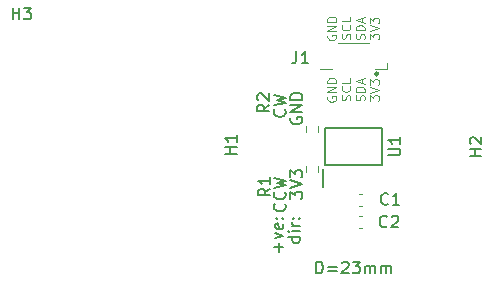
<source format=gbr>
%TF.GenerationSoftware,KiCad,Pcbnew,(6.0.7)*%
%TF.CreationDate,2022-09-29T17:13:44+13:00*%
%TF.ProjectId,encoder,656e636f-6465-4722-9e6b-696361645f70,rev?*%
%TF.SameCoordinates,Original*%
%TF.FileFunction,Legend,Top*%
%TF.FilePolarity,Positive*%
%FSLAX46Y46*%
G04 Gerber Fmt 4.6, Leading zero omitted, Abs format (unit mm)*
G04 Created by KiCad (PCBNEW (6.0.7)) date 2022-09-29 17:13:44*
%MOMM*%
%LPD*%
G01*
G04 APERTURE LIST*
%ADD10C,0.100000*%
%ADD11C,0.150000*%
%ADD12C,0.120000*%
%ADD13C,0.250000*%
%ADD14C,0.200000*%
G04 APERTURE END LIST*
D10*
X-2186250Y4228571D02*
X-2221964Y4157142D01*
X-2221964Y4050000D01*
X-2186250Y3942857D01*
X-2114821Y3871428D01*
X-2043392Y3835714D01*
X-1900535Y3800000D01*
X-1793392Y3800000D01*
X-1650535Y3835714D01*
X-1579107Y3871428D01*
X-1507678Y3942857D01*
X-1471964Y4050000D01*
X-1471964Y4121428D01*
X-1507678Y4228571D01*
X-1543392Y4264285D01*
X-1793392Y4264285D01*
X-1793392Y4121428D01*
X-1471964Y4585714D02*
X-2221964Y4585714D01*
X-1471964Y5014285D01*
X-2221964Y5014285D01*
X-1471964Y5371428D02*
X-2221964Y5371428D01*
X-2221964Y5550000D01*
X-2186250Y5657142D01*
X-2114821Y5728571D01*
X-2043392Y5764285D01*
X-1900535Y5800000D01*
X-1793392Y5800000D01*
X-1650535Y5764285D01*
X-1579107Y5728571D01*
X-1507678Y5657142D01*
X-1471964Y5550000D01*
X-1471964Y5371428D01*
X-300178Y3907142D02*
X-264464Y4014285D01*
X-264464Y4192857D01*
X-300178Y4264285D01*
X-335892Y4300000D01*
X-407321Y4335714D01*
X-478750Y4335714D01*
X-550178Y4300000D01*
X-585892Y4264285D01*
X-621607Y4192857D01*
X-657321Y4050000D01*
X-693035Y3978571D01*
X-728750Y3942857D01*
X-800178Y3907142D01*
X-871607Y3907142D01*
X-943035Y3942857D01*
X-978750Y3978571D01*
X-1014464Y4050000D01*
X-1014464Y4228571D01*
X-978750Y4335714D01*
X-335892Y5085714D02*
X-300178Y5050000D01*
X-264464Y4942857D01*
X-264464Y4871428D01*
X-300178Y4764285D01*
X-371607Y4692857D01*
X-443035Y4657142D01*
X-585892Y4621428D01*
X-693035Y4621428D01*
X-835892Y4657142D01*
X-907321Y4692857D01*
X-978750Y4764285D01*
X-1014464Y4871428D01*
X-1014464Y4942857D01*
X-978750Y5050000D01*
X-943035Y5085714D01*
X-264464Y5764285D02*
X-264464Y5407142D01*
X-1014464Y5407142D01*
X907321Y3889285D02*
X943035Y3996428D01*
X943035Y4175000D01*
X907321Y4246428D01*
X871607Y4282142D01*
X800178Y4317857D01*
X728750Y4317857D01*
X657321Y4282142D01*
X621607Y4246428D01*
X585892Y4175000D01*
X550178Y4032142D01*
X514464Y3960714D01*
X478749Y3925000D01*
X407321Y3889285D01*
X335892Y3889285D01*
X264464Y3925000D01*
X228749Y3960714D01*
X193035Y4032142D01*
X193035Y4210714D01*
X228749Y4317857D01*
X943035Y4639285D02*
X193035Y4639285D01*
X193035Y4817857D01*
X228750Y4925000D01*
X300178Y4996428D01*
X371607Y5032142D01*
X514464Y5067857D01*
X621607Y5067857D01*
X764464Y5032142D01*
X835892Y4996428D01*
X907321Y4925000D01*
X943035Y4817857D01*
X943035Y4639285D01*
X728750Y5353571D02*
X728750Y5710714D01*
X943035Y5282142D02*
X193035Y5532142D01*
X943035Y5782142D01*
X1400535Y3871428D02*
X1400535Y4335714D01*
X1686250Y4085714D01*
X1686250Y4192857D01*
X1721964Y4264285D01*
X1757678Y4300000D01*
X1829107Y4335714D01*
X2007678Y4335714D01*
X2079107Y4300000D01*
X2114821Y4264285D01*
X2150535Y4192857D01*
X2150535Y3978571D01*
X2114821Y3907142D01*
X2079107Y3871428D01*
X1400535Y4550000D02*
X2150535Y4800000D01*
X1400535Y5050000D01*
X1400535Y5228571D02*
X1400535Y5692857D01*
X1686250Y5442857D01*
X1686250Y5550000D01*
X1721964Y5621428D01*
X1757678Y5657142D01*
X1829107Y5692857D01*
X2007678Y5692857D01*
X2079107Y5657142D01*
X2114821Y5621428D01*
X2150535Y5550000D01*
X2150535Y5335714D01*
X2114821Y5264285D01*
X2079107Y5228571D01*
D11*
X-3166666Y-10752380D02*
X-3166666Y-9752380D01*
X-2928571Y-9752380D01*
X-2785714Y-9800000D01*
X-2690476Y-9895238D01*
X-2642857Y-9990476D01*
X-2595238Y-10180952D01*
X-2595238Y-10323809D01*
X-2642857Y-10514285D01*
X-2690476Y-10609523D01*
X-2785714Y-10704761D01*
X-2928571Y-10752380D01*
X-3166666Y-10752380D01*
X-2166666Y-10228571D02*
X-1404761Y-10228571D01*
X-1404761Y-10514285D02*
X-2166666Y-10514285D01*
X-976190Y-9847619D02*
X-928571Y-9800000D01*
X-833333Y-9752380D01*
X-595238Y-9752380D01*
X-500000Y-9800000D01*
X-452380Y-9847619D01*
X-404761Y-9942857D01*
X-404761Y-10038095D01*
X-452380Y-10180952D01*
X-1023809Y-10752380D01*
X-404761Y-10752380D01*
X-71428Y-9752380D02*
X547619Y-9752380D01*
X214285Y-10133333D01*
X357142Y-10133333D01*
X452380Y-10180952D01*
X499999Y-10228571D01*
X547619Y-10323809D01*
X547619Y-10561904D01*
X499999Y-10657142D01*
X452380Y-10704761D01*
X357142Y-10752380D01*
X71428Y-10752380D01*
X-23809Y-10704761D01*
X-71428Y-10657142D01*
X976190Y-10752380D02*
X976190Y-10085714D01*
X976190Y-10180952D02*
X1023809Y-10133333D01*
X1119047Y-10085714D01*
X1261904Y-10085714D01*
X1357142Y-10133333D01*
X1404761Y-10228571D01*
X1404761Y-10752380D01*
X1404761Y-10228571D02*
X1452380Y-10133333D01*
X1547619Y-10085714D01*
X1690476Y-10085714D01*
X1785714Y-10133333D01*
X1833333Y-10228571D01*
X1833333Y-10752380D01*
X2309523Y-10752380D02*
X2309523Y-10085714D01*
X2309523Y-10180952D02*
X2357142Y-10133333D01*
X2452380Y-10085714D01*
X2595238Y-10085714D01*
X2690476Y-10133333D01*
X2738095Y-10228571D01*
X2738095Y-10752380D01*
X2738095Y-10228571D02*
X2785714Y-10133333D01*
X2880952Y-10085714D01*
X3023809Y-10085714D01*
X3119047Y-10133333D01*
X3166666Y-10228571D01*
X3166666Y-10752380D01*
X-5842857Y-4861904D02*
X-5795238Y-4909523D01*
X-5747619Y-5052380D01*
X-5747619Y-5147619D01*
X-5795238Y-5290476D01*
X-5890476Y-5385714D01*
X-5985714Y-5433333D01*
X-6176190Y-5480952D01*
X-6319047Y-5480952D01*
X-6509523Y-5433333D01*
X-6604761Y-5385714D01*
X-6700000Y-5290476D01*
X-6747619Y-5147619D01*
X-6747619Y-5052380D01*
X-6700000Y-4909523D01*
X-6652380Y-4861904D01*
X-5842857Y-3861904D02*
X-5795238Y-3909523D01*
X-5747619Y-4052380D01*
X-5747619Y-4147619D01*
X-5795238Y-4290476D01*
X-5890476Y-4385714D01*
X-5985714Y-4433333D01*
X-6176190Y-4480952D01*
X-6319047Y-4480952D01*
X-6509523Y-4433333D01*
X-6604761Y-4385714D01*
X-6700000Y-4290476D01*
X-6747619Y-4147619D01*
X-6747619Y-4052380D01*
X-6700000Y-3909523D01*
X-6652380Y-3861904D01*
X-6747619Y-3528571D02*
X-5747619Y-3290476D01*
X-6461904Y-3100000D01*
X-5747619Y-2909523D01*
X-6747619Y-2671428D01*
X-5842857Y3138095D02*
X-5795238Y3090476D01*
X-5747619Y2947619D01*
X-5747619Y2852380D01*
X-5795238Y2709523D01*
X-5890476Y2614285D01*
X-5985714Y2566666D01*
X-6176190Y2519047D01*
X-6319047Y2519047D01*
X-6509523Y2566666D01*
X-6604761Y2614285D01*
X-6700000Y2709523D01*
X-6747619Y2852380D01*
X-6747619Y2947619D01*
X-6700000Y3090476D01*
X-6652380Y3138095D01*
X-6747619Y3471428D02*
X-5747619Y3709523D01*
X-6461904Y3900000D01*
X-5747619Y4090476D01*
X-6747619Y4328571D01*
X-6328571Y-8928571D02*
X-6328571Y-8166666D01*
X-5947619Y-8547619D02*
X-6709523Y-8547619D01*
X-6614285Y-7785714D02*
X-5947619Y-7547619D01*
X-6614285Y-7309523D01*
X-5995238Y-6547619D02*
X-5947619Y-6642857D01*
X-5947619Y-6833333D01*
X-5995238Y-6928571D01*
X-6090476Y-6976190D01*
X-6471428Y-6976190D01*
X-6566666Y-6928571D01*
X-6614285Y-6833333D01*
X-6614285Y-6642857D01*
X-6566666Y-6547619D01*
X-6471428Y-6500000D01*
X-6376190Y-6500000D01*
X-6280952Y-6976190D01*
X-6042857Y-6071428D02*
X-5995238Y-6023809D01*
X-5947619Y-6071428D01*
X-5995238Y-6119047D01*
X-6042857Y-6071428D01*
X-5947619Y-6071428D01*
X-6566666Y-6071428D02*
X-6519047Y-6023809D01*
X-6471428Y-6071428D01*
X-6519047Y-6119047D01*
X-6566666Y-6071428D01*
X-6471428Y-6071428D01*
D10*
X-2186250Y9428571D02*
X-2221964Y9357142D01*
X-2221964Y9250000D01*
X-2186250Y9142857D01*
X-2114821Y9071428D01*
X-2043392Y9035714D01*
X-1900535Y9000000D01*
X-1793392Y9000000D01*
X-1650535Y9035714D01*
X-1579107Y9071428D01*
X-1507678Y9142857D01*
X-1471964Y9250000D01*
X-1471964Y9321428D01*
X-1507678Y9428571D01*
X-1543392Y9464285D01*
X-1793392Y9464285D01*
X-1793392Y9321428D01*
X-1471964Y9785714D02*
X-2221964Y9785714D01*
X-1471964Y10214285D01*
X-2221964Y10214285D01*
X-1471964Y10571428D02*
X-2221964Y10571428D01*
X-2221964Y10750000D01*
X-2186250Y10857142D01*
X-2114821Y10928571D01*
X-2043392Y10964285D01*
X-1900535Y11000000D01*
X-1793392Y11000000D01*
X-1650535Y10964285D01*
X-1579107Y10928571D01*
X-1507678Y10857142D01*
X-1471964Y10750000D01*
X-1471964Y10571428D01*
X-300178Y9107142D02*
X-264464Y9214285D01*
X-264464Y9392857D01*
X-300178Y9464285D01*
X-335892Y9500000D01*
X-407321Y9535714D01*
X-478750Y9535714D01*
X-550178Y9500000D01*
X-585892Y9464285D01*
X-621607Y9392857D01*
X-657321Y9250000D01*
X-693035Y9178571D01*
X-728750Y9142857D01*
X-800178Y9107142D01*
X-871607Y9107142D01*
X-943035Y9142857D01*
X-978750Y9178571D01*
X-1014464Y9250000D01*
X-1014464Y9428571D01*
X-978750Y9535714D01*
X-335892Y10285714D02*
X-300178Y10250000D01*
X-264464Y10142857D01*
X-264464Y10071428D01*
X-300178Y9964285D01*
X-371607Y9892857D01*
X-443035Y9857142D01*
X-585892Y9821428D01*
X-693035Y9821428D01*
X-835892Y9857142D01*
X-907321Y9892857D01*
X-978750Y9964285D01*
X-1014464Y10071428D01*
X-1014464Y10142857D01*
X-978750Y10250000D01*
X-943035Y10285714D01*
X-264464Y10964285D02*
X-264464Y10607142D01*
X-1014464Y10607142D01*
X907321Y9089285D02*
X943035Y9196428D01*
X943035Y9375000D01*
X907321Y9446428D01*
X871607Y9482142D01*
X800178Y9517857D01*
X728750Y9517857D01*
X657321Y9482142D01*
X621607Y9446428D01*
X585892Y9375000D01*
X550178Y9232142D01*
X514464Y9160714D01*
X478749Y9125000D01*
X407321Y9089285D01*
X335892Y9089285D01*
X264464Y9125000D01*
X228749Y9160714D01*
X193035Y9232142D01*
X193035Y9410714D01*
X228749Y9517857D01*
X943035Y9839285D02*
X193035Y9839285D01*
X193035Y10017857D01*
X228750Y10125000D01*
X300178Y10196428D01*
X371607Y10232142D01*
X514464Y10267857D01*
X621607Y10267857D01*
X764464Y10232142D01*
X835892Y10196428D01*
X907321Y10125000D01*
X943035Y10017857D01*
X943035Y9839285D01*
X728750Y10553571D02*
X728750Y10910714D01*
X943035Y10482142D02*
X193035Y10732142D01*
X943035Y10982142D01*
X1400535Y9071428D02*
X1400535Y9535714D01*
X1686250Y9285714D01*
X1686250Y9392857D01*
X1721964Y9464285D01*
X1757678Y9500000D01*
X1829107Y9535714D01*
X2007678Y9535714D01*
X2079107Y9500000D01*
X2114821Y9464285D01*
X2150535Y9392857D01*
X2150535Y9178571D01*
X2114821Y9107142D01*
X2079107Y9071428D01*
X1400535Y9750000D02*
X2150535Y10000000D01*
X1400535Y10250000D01*
X1400535Y10428571D02*
X1400535Y10892857D01*
X1686250Y10642857D01*
X1686250Y10750000D01*
X1721964Y10821428D01*
X1757678Y10857142D01*
X1829107Y10892857D01*
X2007678Y10892857D01*
X2079107Y10857142D01*
X2114821Y10821428D01*
X2150535Y10750000D01*
X2150535Y10535714D01*
X2114821Y10464285D01*
X2079107Y10428571D01*
D11*
X-5347619Y-4438095D02*
X-5347619Y-3819047D01*
X-4966666Y-4152380D01*
X-4966666Y-4009523D01*
X-4919047Y-3914285D01*
X-4871428Y-3866666D01*
X-4776190Y-3819047D01*
X-4538095Y-3819047D01*
X-4442857Y-3866666D01*
X-4395238Y-3914285D01*
X-4347619Y-4009523D01*
X-4347619Y-4295238D01*
X-4395238Y-4390476D01*
X-4442857Y-4438095D01*
X-5347619Y-3533333D02*
X-4347619Y-3200000D01*
X-5347619Y-2866666D01*
X-5347619Y-2628571D02*
X-5347619Y-2009523D01*
X-4966666Y-2342857D01*
X-4966666Y-2200000D01*
X-4919047Y-2104761D01*
X-4871428Y-2057142D01*
X-4776190Y-2009523D01*
X-4538095Y-2009523D01*
X-4442857Y-2057142D01*
X-4395238Y-2104761D01*
X-4347619Y-2200000D01*
X-4347619Y-2485714D01*
X-4395238Y-2580952D01*
X-4442857Y-2628571D01*
X-5300000Y2438095D02*
X-5347619Y2342857D01*
X-5347619Y2199999D01*
X-5300000Y2057142D01*
X-5204761Y1961904D01*
X-5109523Y1914285D01*
X-4919047Y1866666D01*
X-4776190Y1866666D01*
X-4585714Y1914285D01*
X-4490476Y1961904D01*
X-4395238Y2057142D01*
X-4347619Y2199999D01*
X-4347619Y2295238D01*
X-4395238Y2438095D01*
X-4442857Y2485714D01*
X-4776190Y2485714D01*
X-4776190Y2295238D01*
X-4347619Y2914285D02*
X-5347619Y2914285D01*
X-4347619Y3485714D01*
X-5347619Y3485714D01*
X-4347619Y3961904D02*
X-5347619Y3961904D01*
X-5347619Y4200000D01*
X-5300000Y4342857D01*
X-5204761Y4438095D01*
X-5109523Y4485714D01*
X-4919047Y4533333D01*
X-4776190Y4533333D01*
X-4585714Y4485714D01*
X-4490476Y4438095D01*
X-4395238Y4342857D01*
X-4347619Y4200000D01*
X-4347619Y3961904D01*
X-4547619Y-7671428D02*
X-5547619Y-7671428D01*
X-4595238Y-7671428D02*
X-4547619Y-7766666D01*
X-4547619Y-7957142D01*
X-4595238Y-8052380D01*
X-4642857Y-8100000D01*
X-4738095Y-8147619D01*
X-5023809Y-8147619D01*
X-5119047Y-8100000D01*
X-5166666Y-8052380D01*
X-5214285Y-7957142D01*
X-5214285Y-7766666D01*
X-5166666Y-7671428D01*
X-4547619Y-7195238D02*
X-5214285Y-7195238D01*
X-5547619Y-7195238D02*
X-5500000Y-7242857D01*
X-5452380Y-7195238D01*
X-5500000Y-7147619D01*
X-5547619Y-7195238D01*
X-5452380Y-7195238D01*
X-4547619Y-6719047D02*
X-5214285Y-6719047D01*
X-5023809Y-6719047D02*
X-5119047Y-6671428D01*
X-5166666Y-6623809D01*
X-5214285Y-6528571D01*
X-5214285Y-6433333D01*
X-4642857Y-6100000D02*
X-4595238Y-6052380D01*
X-4547619Y-6100000D01*
X-4595238Y-6147619D01*
X-4642857Y-6100000D01*
X-4547619Y-6100000D01*
X-5166666Y-6100000D02*
X-5119047Y-6052380D01*
X-5071428Y-6100000D01*
X-5119047Y-6147619D01*
X-5166666Y-6100000D01*
X-5071428Y-6100000D01*
%TO.C,J1*%
X-4833333Y8047619D02*
X-4833333Y7333333D01*
X-4880952Y7190476D01*
X-4976190Y7095238D01*
X-5119047Y7047619D01*
X-5214285Y7047619D01*
X-3833333Y7047619D02*
X-4404761Y7047619D01*
X-4119047Y7047619D02*
X-4119047Y8047619D01*
X-4214285Y7904761D01*
X-4309523Y7809523D01*
X-4404761Y7761904D01*
%TO.C,C2*%
X2833333Y-6757142D02*
X2785714Y-6804761D01*
X2642857Y-6852380D01*
X2547619Y-6852380D01*
X2404761Y-6804761D01*
X2309523Y-6709523D01*
X2261904Y-6614285D01*
X2214285Y-6423809D01*
X2214285Y-6280952D01*
X2261904Y-6090476D01*
X2309523Y-5995238D01*
X2404761Y-5900000D01*
X2547619Y-5852380D01*
X2642857Y-5852380D01*
X2785714Y-5900000D01*
X2833333Y-5947619D01*
X3214285Y-5947619D02*
X3261904Y-5900000D01*
X3357142Y-5852380D01*
X3595238Y-5852380D01*
X3690476Y-5900000D01*
X3738095Y-5947619D01*
X3785714Y-6042857D01*
X3785714Y-6138095D01*
X3738095Y-6280952D01*
X3166666Y-6852380D01*
X3785714Y-6852380D01*
%TO.C,U1*%
X2952380Y-761904D02*
X3761904Y-761904D01*
X3857142Y-714285D01*
X3904761Y-666666D01*
X3952380Y-571428D01*
X3952380Y-380952D01*
X3904761Y-285714D01*
X3857142Y-238095D01*
X3761904Y-190476D01*
X2952380Y-190476D01*
X3952380Y809523D02*
X3952380Y238095D01*
X3952380Y523809D02*
X2952380Y523809D01*
X3095238Y428571D01*
X3190476Y333333D01*
X3238095Y238095D01*
%TO.C,H1*%
X-9897619Y-611904D02*
X-10897619Y-611904D01*
X-10421428Y-611904D02*
X-10421428Y-40476D01*
X-9897619Y-40476D02*
X-10897619Y-40476D01*
X-9897619Y959523D02*
X-9897619Y388095D01*
X-9897619Y673809D02*
X-10897619Y673809D01*
X-10754761Y578571D01*
X-10659523Y483333D01*
X-10611904Y388095D01*
%TO.C,H2*%
X10827380Y-786904D02*
X9827380Y-786904D01*
X10303571Y-786904D02*
X10303571Y-215476D01*
X10827380Y-215476D02*
X9827380Y-215476D01*
X9922619Y213095D02*
X9875000Y260714D01*
X9827380Y355952D01*
X9827380Y594047D01*
X9875000Y689285D01*
X9922619Y736904D01*
X10017857Y784523D01*
X10113095Y784523D01*
X10255952Y736904D01*
X10827380Y165476D01*
X10827380Y784523D01*
%TO.C,R1*%
X-7047619Y-3566666D02*
X-7523809Y-3900000D01*
X-7047619Y-4138095D02*
X-8047619Y-4138095D01*
X-8047619Y-3757142D01*
X-8000000Y-3661904D01*
X-7952380Y-3614285D01*
X-7857142Y-3566666D01*
X-7714285Y-3566666D01*
X-7619047Y-3614285D01*
X-7571428Y-3661904D01*
X-7523809Y-3757142D01*
X-7523809Y-4138095D01*
X-7047619Y-2614285D02*
X-7047619Y-3185714D01*
X-7047619Y-2900000D02*
X-8047619Y-2900000D01*
X-7904761Y-2995238D01*
X-7809523Y-3090476D01*
X-7761904Y-3185714D01*
%TO.C,H3*%
X-28861904Y10747619D02*
X-28861904Y11747619D01*
X-28861904Y11271428D02*
X-28290476Y11271428D01*
X-28290476Y10747619D02*
X-28290476Y11747619D01*
X-27909523Y11747619D02*
X-27290476Y11747619D01*
X-27623809Y11366666D01*
X-27480952Y11366666D01*
X-27385714Y11319047D01*
X-27338095Y11271428D01*
X-27290476Y11176190D01*
X-27290476Y10938095D01*
X-27338095Y10842857D01*
X-27385714Y10795238D01*
X-27480952Y10747619D01*
X-27766666Y10747619D01*
X-27861904Y10795238D01*
X-27909523Y10842857D01*
%TO.C,C1*%
X2933333Y-4857142D02*
X2885714Y-4904761D01*
X2742857Y-4952380D01*
X2647619Y-4952380D01*
X2504761Y-4904761D01*
X2409523Y-4809523D01*
X2361904Y-4714285D01*
X2314285Y-4523809D01*
X2314285Y-4380952D01*
X2361904Y-4190476D01*
X2409523Y-4095238D01*
X2504761Y-4000000D01*
X2647619Y-3952380D01*
X2742857Y-3952380D01*
X2885714Y-4000000D01*
X2933333Y-4047619D01*
X3885714Y-4952380D02*
X3314285Y-4952380D01*
X3600000Y-4952380D02*
X3600000Y-3952380D01*
X3504761Y-4095238D01*
X3409523Y-4190476D01*
X3314285Y-4238095D01*
%TO.C,R2*%
X-7147619Y3533333D02*
X-7623809Y3200000D01*
X-7147619Y2961904D02*
X-8147619Y2961904D01*
X-8147619Y3342857D01*
X-8100000Y3438095D01*
X-8052380Y3485714D01*
X-7957142Y3533333D01*
X-7814285Y3533333D01*
X-7719047Y3485714D01*
X-7671428Y3438095D01*
X-7623809Y3342857D01*
X-7623809Y2961904D01*
X-8052380Y3914285D02*
X-8100000Y3961904D01*
X-8147619Y4057142D01*
X-8147619Y4295238D01*
X-8100000Y4390476D01*
X-8052380Y4438095D01*
X-7957142Y4485714D01*
X-7861904Y4485714D01*
X-7719047Y4438095D01*
X-7147619Y3866666D01*
X-7147619Y4485714D01*
D12*
%TO.C,J1*%
X-2832100Y6522200D02*
X-1812140Y6522200D01*
X2832100Y6522200D02*
X2832100Y7068760D01*
X1276839Y8782800D02*
X-1276839Y8782800D01*
X1812140Y6522200D02*
X2832100Y6522200D01*
D13*
X2075000Y6149200D02*
G75*
G03*
X2075000Y6149200I-125000J0D01*
G01*
D12*
%TO.C,C2*%
X740580Y-5890000D02*
X459420Y-5890000D01*
X740580Y-6910000D02*
X459420Y-6910000D01*
D14*
%TO.C,U1*%
X-2450000Y1600000D02*
X2450000Y1600000D01*
X-2450000Y-1600000D02*
X-2450000Y1600000D01*
X2450000Y-1600000D02*
X-2450000Y-1600000D01*
X-2580000Y-3450000D02*
X-2580000Y-1950000D01*
X2450000Y1600000D02*
X2450000Y-1600000D01*
D12*
%TO.C,R1*%
X-2977500Y-1645276D02*
X-2977500Y-2154724D01*
X-4022500Y-1645276D02*
X-4022500Y-2154724D01*
%TO.C,C1*%
X459420Y-5010000D02*
X740580Y-5010000D01*
X459420Y-3990000D02*
X740580Y-3990000D01*
%TO.C,R2*%
X-4022500Y1245276D02*
X-4022500Y1754724D01*
X-2977500Y1245276D02*
X-2977500Y1754724D01*
%TD*%
M02*

</source>
